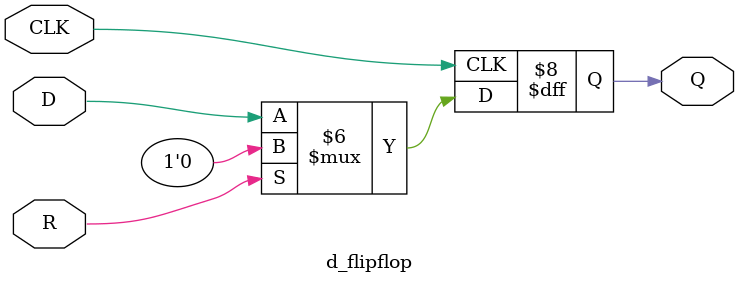
<source format=v>
`timescale 1ns / 1ps

module four_bit_2421_decade_counter(
    input CLK, input X, input R,
    output Q0, output Q1,
    output Q2, output Q3,
    output Z
    );
    
    assign D0 = ~Q0 & ~Q2 & ~Q3 & X | Q0 & ~Q2 & ~Q3 & ~X | ~Q0 & Q2 & Q3 & X | Q0 & Q2 & Q3 & ~X | Q0 & Q1 & ~Q2 & ~X | ~Q0 & ~Q1 & ~Q3 & X;
    assign D1 = ~Q0 & ~Q1 & Q2 & ~Q3 & X | Q0 & ~Q1 & ~Q2 & ~Q3 & X | Q0 & ~Q1 & Q2 & Q3 & X | ~Q0 & Q1 & ~Q2 & ~Q3 | ~Q0 & Q1 & Q2 & Q3 | Q1 & Q2 & Q3 & ~X | Q0 & Q1 & ~Q2 & ~X;
    assign D2 = ~Q0 & ~Q1 & Q2 & ~X | Q0 & Q1 & ~Q2 & X | ~Q0 & Q2 & Q3 |~Q1 & Q2 & Q3 | Q2 & Q3 & ~X;
    assign D3 = ~Q0 & ~Q1 & Q2 & X | Q0 & Q1 & ~Q2 & Q3 | ~Q0 & Q2 & Q3 | ~Q1 & Q2 & Q3 | Q0 & Q1 & Q3 & ~X;
    
    d_flipflop dff1(CLK, R, D0, Q0);
    d_flipflop dff2(CLK, R, D1, Q1);
    d_flipflop dff3(CLK, R, D2, Q2);
    d_flipflop dff4(CLK, R, D3, Q3);

    assign Z = Q0 & Q1 & Q2 & Q3 & X;
endmodule

module d_flipflop(
    input CLK, input R,
    input D,
    output Q
    );
    reg Q, Qc;
    
    initial begin
        Q = 0;
        Qc = 0;
    end
    
    always @(posedge CLK) begin
        Q <= D;
        Qc <= ~D;
        if (R) begin
            Q <= 0;
            Qc <= 1;
        end
    end
endmodule
</source>
